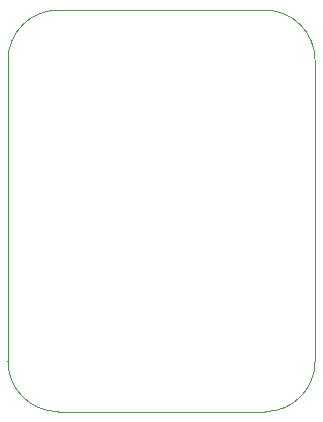
<source format=gbr>
%TF.GenerationSoftware,KiCad,Pcbnew,8.0.8*%
%TF.CreationDate,2025-04-16T08:52:23+10:00*%
%TF.ProjectId,display,64697370-6c61-4792-9e6b-696361645f70,rev?*%
%TF.SameCoordinates,Original*%
%TF.FileFunction,Profile,NP*%
%FSLAX46Y46*%
G04 Gerber Fmt 4.6, Leading zero omitted, Abs format (unit mm)*
G04 Created by KiCad (PCBNEW 8.0.8) date 2025-04-16 08:52:23*
%MOMM*%
%LPD*%
G01*
G04 APERTURE LIST*
%TA.AperFunction,Profile*%
%ADD10C,0.050000*%
%TD*%
G04 APERTURE END LIST*
D10*
X56500000Y-73000000D02*
G75*
G02*
X52250000Y-68750000I0J4250000D01*
G01*
X52250000Y-43250000D02*
G75*
G02*
X56500000Y-39000000I4250000J0D01*
G01*
X78250000Y-68750000D02*
G75*
G02*
X74000000Y-73000000I-4250000J0D01*
G01*
X78250000Y-68750000D02*
X78250000Y-43250000D01*
X56500000Y-73000000D02*
X74000000Y-73000000D01*
X52250000Y-43250000D02*
X52250000Y-68750000D01*
X74000000Y-39000000D02*
G75*
G02*
X78250000Y-43250000I0J-4250000D01*
G01*
X74000000Y-39000000D02*
X56500000Y-39000000D01*
M02*

</source>
